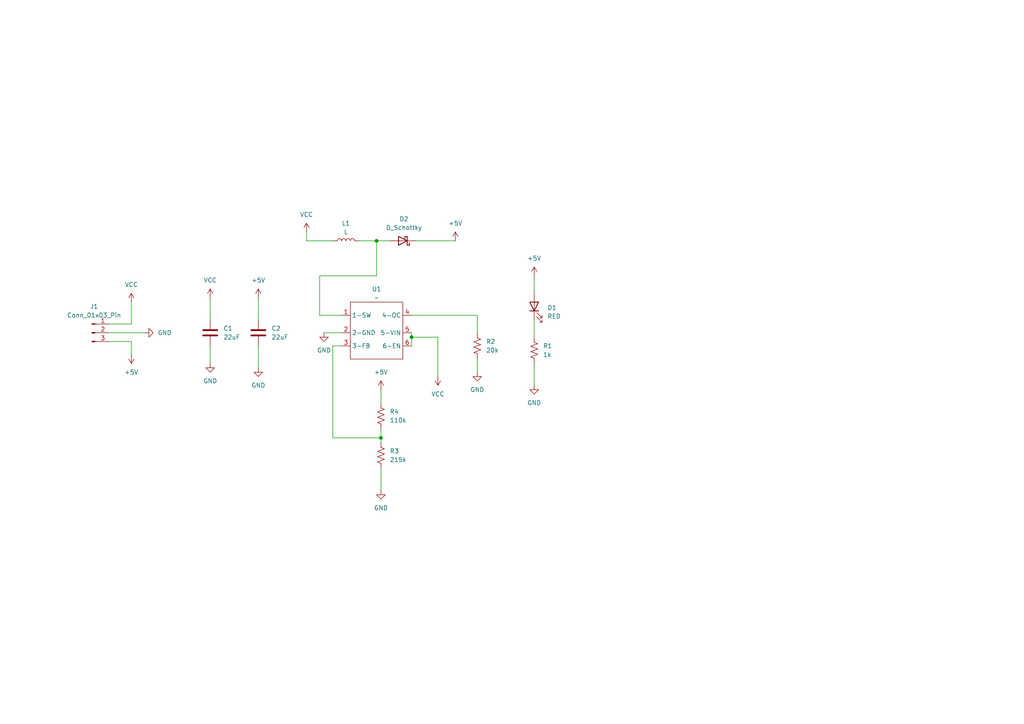
<source format=kicad_sch>
(kicad_sch (version 20250114) (generator "eeschema") (generator_version "9.0")
  (paper "A4")
  (lib_symbols
    (symbol "Connector:Conn_01x03_Pin" (pin_names (offset 1.016) (hide yes))
      (property "Reference" "J" (at 0 5.08 0))
      (property "Value" "Conn_01x03_Pin" (at 0 -5.08 0))
      (symbol "Conn_01x03_Pin_1_1"
        (rectangle (start 0.8636 2.667) (end 0 2.413) (stroke (width 0.1524)) (fill (type outline)))
        (rectangle (start 0.8636 0.127) (end 0 -0.127) (stroke (width 0.1524)) (fill (type outline)))
        (rectangle (start 0.8636 -2.413) (end 0 -2.667) (stroke (width 0.1524)) (fill (type outline)))
        (polyline (pts (xy 1.27 2.54) (xy 0.8636 2.54)) (stroke (width 0.1524)))
        (polyline (pts (xy 1.27 0) (xy 0.8636 0)) (stroke (width 0.1524)))
        (polyline (pts (xy 1.27 -2.54) (xy 0.8636 -2.54)) (stroke (width 0.1524)))
        (pin passive line (at 5.08 2.54 180) (length 3.81) (name "Pin_1") (number "1"))
        (pin passive line (at 5.08 0 180) (length 3.81) (name "Pin_2") (number "2"))
        (pin passive line (at 5.08 -2.54 180) (length 3.81) (name "Pin_3") (number "3"))
      )
    )
    (symbol "Device:C" (pin_numbers (hide yes)) (pin_names (offset 0.254))
      (property "Reference" "C" (at 0.635 2.54 0))
      (property "Value" "C" (at 0.635 -2.54 0))
      (symbol "C_0_1"
        (polyline (pts (xy -2.032 0.762) (xy 2.032 0.762)) (stroke (width 0.508)))
        (polyline (pts (xy -2.032 -0.762) (xy 2.032 -0.762)) (stroke (width 0.508)))
      )
      (symbol "C_1_1"
        (pin passive line (at 0 3.81 270) (length 2.794) (name "~") (number "1"))
        (pin passive line (at 0 -3.81 90) (length 2.794) (name "~") (number "2"))
      )
    )
    (symbol "Device:D_Schottky" (pin_numbers (hide yes)) (pin_names (offset 1.016) (hide yes))
      (property "Reference" "D" (at 0 2.54 0))
      (property "Value" "D_Schottky" (at 0 -2.54 0))
      (symbol "D_Schottky_0_1"
        (polyline (pts (xy -1.905 0.635) (xy -1.905 1.27) (xy -1.27 1.27) (xy -1.27 -1.27) (xy -0.635 -1.27) (xy -0.635 -0.635)) (stroke (width 0.254)))
        (polyline (pts (xy 1.27 1.27) (xy 1.27 -1.27) (xy -1.27 0) (xy 1.27 1.27)) (stroke (width 0.254)))
        (polyline (pts (xy 1.27 0) (xy -1.27 0)))
      )
      (symbol "D_Schottky_1_1"
        (pin passive line (at -3.81 0 0) (length 2.54) (name "K") (number "1"))
        (pin passive line (at 3.81 0 180) (length 2.54) (name "A") (number "2"))
      )
    )
    (symbol "Device:L" (pin_numbers (hide yes)) (pin_names (offset 1.016) (hide yes))
      (property "Reference" "L" (at -1.27 0 90))
      (property "Value" "L" (at 1.905 0 90))
      (symbol "L_0_1"
        (arc (start 0 2.54) (mid 0.6323 1.905) (end 0 1.27))
        (arc (start 0 1.27) (mid 0.6323 0.635) (end 0 0))
        (arc (start 0 0) (mid 0.6323 -0.635) (end 0 -1.27))
        (arc (start 0 -1.27) (mid 0.6323 -1.905) (end 0 -2.54))
      )
      (symbol "L_1_1"
        (pin passive line (at 0 3.81 270) (length 1.27) (name "1") (number "1"))
        (pin passive line (at 0 -3.81 90) (length 1.27) (name "2") (number "2"))
      )
    )
    (symbol "Device:LED" (pin_numbers (hide yes)) (pin_names (offset 1.016) (hide yes))
      (property "Reference" "D" (at 0 2.54 0))
      (property "Value" "LED" (at 0 -2.54 0))
      (symbol "LED_0_1"
        (polyline (pts (xy -3.048 -0.762) (xy -4.572 -2.286) (xy -3.81 -2.286) (xy -4.572 -2.286) (xy -4.572 -1.524)))
        (polyline (pts (xy -1.778 -0.762) (xy -3.302 -2.286) (xy -2.54 -2.286) (xy -3.302 -2.286) (xy -3.302 -1.524)))
        (polyline (pts (xy -1.27 0) (xy 1.27 0)))
        (polyline (pts (xy -1.27 -1.27) (xy -1.27 1.27)) (stroke (width 0.254)))
        (polyline (pts (xy 1.27 -1.27) (xy 1.27 1.27) (xy -1.27 0) (xy 1.27 -1.27)) (stroke (width 0.254)))
      )
      (symbol "LED_1_1"
        (pin passive line (at -3.81 0 0) (length 2.54) (name "K") (number "1"))
        (pin passive line (at 3.81 0 180) (length 2.54) (name "A") (number "2"))
      )
    )
    (symbol "Device:R_US" (pin_numbers (hide yes)) (pin_names (offset 0))
      (property "Reference" "R" (at 2.54 0 90))
      (property "Value" "R_US" (at -2.54 0 90))
      (symbol "R_US_0_1"
        (polyline (pts (xy 0 2.286) (xy 0 2.54)))
        (polyline (pts (xy 0 2.286) (xy 1.016 1.905) (xy 0 1.524) (xy -1.016 1.143) (xy 0 0.762)))
        (polyline (pts (xy 0 0.762) (xy 1.016 0.381) (xy 0 0) (xy -1.016 -0.381) (xy 0 -0.762)))
        (polyline (pts (xy 0 -0.762) (xy 1.016 -1.143) (xy 0 -1.524) (xy -1.016 -1.905) (xy 0 -2.286)))
        (polyline (pts (xy 0 -2.286) (xy 0 -2.54)))
      )
      (symbol "R_US_1_1"
        (pin passive line (at 0 3.81 270) (length 1.27) (name "~") (number "1"))
        (pin passive line (at 0 -3.81 90) (length 1.27) (name "~") (number "2"))
      )
    )
    (symbol "Sensor:MyylesPart"
      (property "Reference" "U" (at 7.874 -0.254 0))
      (symbol "MyylesPart_0_1"
        (polyline (pts (xy 15.24 -10.16) (xy 15.24 6.35) (xy 0 6.35) (xy 0 -10.16) (xy 15.24 -10.16)))
      )
      (symbol "MyylesPart_1_1"
        (pin input line (at -2.54 2.54 0) (length 2.54) (name "1-SW") (number "1"))
        (pin input line (at -2.54 -2.54 0) (length 2.54) (name "2-GND") (number "2"))
        (pin input line (at -2.54 -6.35 0) (length 2.54) (name "3-FB") (number "3"))
        (pin input line (at 17.78 2.54 180) (length 2.54) (name "4-OC") (number "4"))
        (pin input line (at 17.78 -2.54 180) (length 2.54) (name "5-VIN") (number "5"))
        (pin input line (at 17.78 -6.35 180) (length 2.54) (name "6-EN") (number "6"))
      )
    )
    (symbol "power:+5V" (power) (pin_numbers (hide yes)) (pin_names (offset 0) (hide yes))
      (property "Value" "+5V" (at 0 3.556 0))
      (symbol "+5V_0_1"
        (polyline (pts (xy -0.762 1.27) (xy 0 2.54)))
        (polyline (pts (xy 0 2.54) (xy 0.762 1.27)))
        (polyline (pts (xy 0 0) (xy 0 2.54)))
      )
      (symbol "+5V_1_1"
        (pin power_in line (at 0 0 90) (length 0) (name "~") (number "1"))
      )
    )
    (symbol "power:GND" (power) (pin_numbers (hide yes)) (pin_names (offset 0) (hide yes))
      (property "Value" "GND" (at 0 -3.81 0))
      (symbol "GND_0_1"
        (polyline (pts (xy 0 0) (xy 0 -1.27) (xy 1.27 -1.27) (xy 0 -2.54) (xy -1.27 -1.27) (xy 0 -1.27)))
      )
      (symbol "GND_1_1"
        (pin power_in line (at 0 0 270) (length 0) (name "~") (number "1"))
      )
    )
    (symbol "power:VCC" (power) (pin_numbers (hide yes)) (pin_names (offset 0) (hide yes))
      (property "Value" "VCC" (at 0 3.556 0))
      (symbol "VCC_0_1"
        (polyline (pts (xy -0.762 1.27) (xy 0 2.54)))
        (polyline (pts (xy 0 2.54) (xy 0.762 1.27)))
        (polyline (pts (xy 0 0) (xy 0 2.54)))
      )
      (symbol "VCC_1_1"
        (pin power_in line (at 0 0 90) (length 0) (name "~") (number "1"))
      )
    )
  )
  (junction (at 109.22 69.85))
  (junction (at 119.38 97.79))
  (junction (at 110.49 127))
  (wire (pts (xy 92.71 80.01) (xy 109.22 80.01)))
  (wire (pts (xy 38.1 93.98) (xy 38.1 87.63)))
  (wire (pts (xy 88.9 69.85) (xy 96.52 69.85)))
  (wire (pts (xy 110.49 135.89) (xy 110.49 142.24)))
  (wire (pts (xy 99.06 91.44) (xy 92.71 91.44)))
  (wire (pts (xy 31.75 99.06) (xy 38.1 99.06)))
  (wire (pts (xy 96.52 127) (xy 110.49 127)))
  (wire (pts (xy 127 109.22) (xy 127 97.79)))
  (wire (pts (xy 92.71 91.44) (xy 92.71 80.01)))
  (wire (pts (xy 119.38 96.52) (xy 119.38 97.79)))
  (wire (pts (xy 154.94 92.71) (xy 154.94 97.79)))
  (wire (pts (xy 31.75 93.98) (xy 38.1 93.98)))
  (wire (pts (xy 109.22 69.85) (xy 109.22 80.01)))
  (wire (pts (xy 88.9 67.31) (xy 88.9 69.85)))
  (wire (pts (xy 60.96 86.36) (xy 60.96 92.71)))
  (wire (pts (xy 31.75 96.52) (xy 41.91 96.52)))
  (wire (pts (xy 119.38 97.79) (xy 119.38 100.33)))
  (wire (pts (xy 119.38 97.79) (xy 127 97.79)))
  (wire (pts (xy 93.98 96.52) (xy 99.06 96.52)))
  (wire (pts (xy 104.14 69.85) (xy 109.22 69.85)))
  (wire (pts (xy 110.49 113.03) (xy 110.49 116.84)))
  (wire (pts (xy 154.94 105.41) (xy 154.94 111.76)))
  (wire (pts (xy 96.52 100.33) (xy 96.52 127)))
  (wire (pts (xy 154.94 80.01) (xy 154.94 85.09)))
  (wire (pts (xy 74.93 86.36) (xy 74.93 92.71)))
  (wire (pts (xy 138.43 91.44) (xy 138.43 96.52)))
  (wire (pts (xy 99.06 100.33) (xy 96.52 100.33)))
  (wire (pts (xy 38.1 99.06) (xy 38.1 102.87)))
  (wire (pts (xy 120.65 69.85) (xy 132.08 69.85)))
  (wire (pts (xy 109.22 69.85) (xy 113.03 69.85)))
  (wire (pts (xy 110.49 124.46) (xy 110.49 127)))
  (wire (pts (xy 138.43 104.14) (xy 138.43 107.95)))
  (wire (pts (xy 60.96 100.33) (xy 60.96 105.41)))
  (wire (pts (xy 74.93 100.33) (xy 74.93 106.68)))
  (wire (pts (xy 119.38 91.44) (xy 138.43 91.44)))
  (wire (pts (xy 110.49 127) (xy 110.49 128.27)))
  (symbol (lib_id "Device:L") (at 100.33 69.85 90) (unit 1)
    (property "Reference" "L1" (at 100.33 64.77 90))
    (property "Value" "L" (at 100.33 67.31 90))
    (property "Footprint" "Inductor_SMD:L_6.3x6.3_H3" (effects (hide yes)))
    (property "Description" "Inductor" (effects (hide yes)))
  )
  (symbol (lib_id "power:GND") (at 154.94 111.76 0) (unit 1)
    (property "Reference" "#PWR09" (effects (hide yes)))
    (property "Value" "GND" (at 154.94 116.84 0))
    (property "Description" "Power symbol creates a global label with name \"GND\" , ground" (effects (hide yes)))
  )
  (symbol (lib_id "Device:R_US") (at 110.49 120.65 0) (unit 1)
    (property "Reference" "R4" (at 113.03 119.3799 0) (effects (justify left)))
    (property "Value" "110k" (at 113.03 121.9199 0) (effects (justify left)))
    (property "Footprint" "Resistor_SMD:R_0201_0603Metric_Pad0.64x0.40mm_HandSolder" (effects (hide yes)))
    (property "Description" "Resistor, US symbol" (effects (hide yes)))
  )
  (symbol (lib_id "power:VCC") (at 38.1 87.63 0) (unit 1)
    (property "Reference" "#PWR03" (effects (hide yes)))
    (property "Value" "VCC" (at 38.1 82.55 0))
    (property "Description" "Power symbol creates a global label with name \"VCC\"" (effects (hide yes)))
  )
  (symbol (lib_id "power:GND") (at 41.91 96.52 90) (unit 1)
    (property "Reference" "#PWR02" (effects (hide yes)))
    (property "Value" "GND" (at 45.72 96.5199 90) (effects (justify right)))
    (property "Description" "Power symbol creates a global label with name \"GND\" , ground" (effects (hide yes)))
  )
  (symbol (lib_id "Device:D_Schottky") (at 116.84 69.85 180) (unit 1)
    (property "Reference" "D2" (at 117.1575 63.5 0))
    (property "Value" "D_Schottky" (at 117.1575 66.04 0))
    (property "Footprint" "Diode_SMD:D_0201_0603Metric_Pad0.64x0.40mm_HandSolder" (effects (hide yes)))
    (property "Description" "Schottky diode" (effects (hide yes)))
  )
  (symbol (lib_id "power:GND") (at 110.49 142.24 0) (unit 1)
    (property "Reference" "#PWR014" (effects (hide yes)))
    (property "Value" "GND" (at 110.49 147.32 0))
    (property "Description" "Power symbol creates a global label with name \"GND\" , ground" (effects (hide yes)))
  )
  (symbol (lib_id "Device:LED") (at 154.94 88.9 90) (unit 1)
    (property "Reference" "D1" (at 158.75 89.2174 90) (effects (justify right)))
    (property "Value" "RED" (at 158.75 91.7574 90) (effects (justify right)))
    (property "Footprint" "Diode_SMD:D_0201_0603Metric" (effects (hide yes)))
    (property "Description" "Light emitting diode" (effects (hide yes)))
    (property "Sim.Pins" "1=K 2=A" (effects (hide yes)))
  )
  (symbol (lib_id "Device:R_US") (at 154.94 101.6 0) (unit 1)
    (property "Reference" "R1" (at 157.48 100.3299 0) (effects (justify left)))
    (property "Value" "1k" (at 157.48 102.8699 0) (effects (justify left)))
    (property "Footprint" "Resistor_SMD:R_0201_0603Metric_Pad0.64x0.40mm_HandSolder" (effects (hide yes)))
    (property "Description" "Resistor, US symbol" (effects (hide yes)))
  )
  (symbol (lib_id "Device:C") (at 74.93 96.52 180) (unit 1)
    (property "Reference" "C2" (at 78.74 95.2499 0) (effects (justify right)))
    (property "Value" "22uF" (at 78.74 97.7899 0) (effects (justify right)))
    (property "Footprint" "Capacitor_SMD:CP_Elec_3x5.3" (effects (hide yes)))
    (property "Description" "Unpolarized capacitor" (effects (hide yes)))
  )
  (symbol (lib_id "power:VCC") (at 60.96 86.36 0) (unit 1)
    (property "Reference" "#PWR07" (effects (hide yes)))
    (property "Value" "VCC" (at 60.96 81.28 0))
    (property "Description" "Power symbol creates a global label with name \"VCC\"" (effects (hide yes)))
  )
  (symbol (lib_id "power:+5V") (at 132.08 69.85 0) (unit 1)
    (property "Reference" "#PWR01" (effects (hide yes)))
    (property "Value" "+5V" (at 132.08 64.77 0))
    (property "Description" "Power symbol creates a global label with name \"+5V\"" (effects (hide yes)))
  )
  (symbol (lib_id "power:GND") (at 74.93 106.68 0) (unit 1)
    (property "Reference" "#PWR06" (effects (hide yes)))
    (property "Value" "GND" (at 74.93 111.76 0))
    (property "Description" "Power symbol creates a global label with name \"GND\" , ground" (effects (hide yes)))
  )
  (symbol (lib_id "power:GND") (at 138.43 107.95 0) (unit 1)
    (property "Reference" "#PWR013" (effects (hide yes)))
    (property "Value" "GND" (at 138.43 113.03 0))
    (property "Description" "Power symbol creates a global label with name \"GND\" , ground" (effects (hide yes)))
  )
  (symbol (lib_id "power:VCC") (at 127 109.22 180) (unit 1)
    (property "Reference" "#PWR012" (effects (hide yes)))
    (property "Value" "VCC" (at 127 114.3 0))
    (property "Description" "Power symbol creates a global label with name \"VCC\"" (effects (hide yes)))
  )
  (symbol (lib_id "power:+5V") (at 74.93 86.36 0) (unit 1)
    (property "Reference" "#PWR08" (effects (hide yes)))
    (property "Value" "+5V" (at 74.93 81.28 0))
    (property "Description" "Power symbol creates a global label with name \"+5V\"" (effects (hide yes)))
  )
  (symbol (lib_id "Device:R_US") (at 110.49 132.08 0) (unit 1)
    (property "Reference" "R3" (at 113.03 130.8099 0) (effects (justify left)))
    (property "Value" "215k" (at 113.03 133.3499 0) (effects (justify left)))
    (property "Footprint" "Resistor_SMD:R_0201_0603Metric_Pad0.64x0.40mm_HandSolder" (effects (hide yes)))
    (property "Description" "Resistor, US symbol" (effects (hide yes)))
  )
  (symbol (lib_id "Device:R_US") (at 138.43 100.33 0) (unit 1)
    (property "Reference" "R2" (at 140.97 99.0599 0) (effects (justify left)))
    (property "Value" "20k" (at 140.97 101.5999 0) (effects (justify left)))
    (property "Footprint" "Resistor_SMD:R_0201_0603Metric_Pad0.64x0.40mm_HandSolder" (effects (hide yes)))
    (property "Description" "Resistor, US symbol" (effects (hide yes)))
  )
  (symbol (lib_id "Device:C") (at 60.96 96.52 180) (unit 1)
    (property "Reference" "C1" (at 64.77 95.2499 0) (effects (justify right)))
    (property "Value" "22uF" (at 64.77 97.7899 0) (effects (justify right)))
    (property "Footprint" "Capacitor_SMD:CP_Elec_3x5.3" (effects (hide yes)))
    (property "Description" "Unpolarized capacitor" (effects (hide yes)))
  )
  (symbol (lib_id "power:+5V") (at 38.1 102.87 180) (unit 1)
    (property "Reference" "#PWR04" (effects (hide yes)))
    (property "Value" "+5V" (at 38.1 107.95 0))
    (property "Description" "Power symbol creates a global label with name \"+5V\"" (effects (hide yes)))
  )
  (symbol (lib_id "Connector:Conn_01x03_Pin") (at 26.67 96.52 0) (unit 1)
    (property "Reference" "J1" (at 27.305 88.9 0))
    (property "Value" "Conn_01x03_Pin" (at 27.305 91.44 0))
    (property "Footprint" "Connector_Samtec:Samtec_FMC_ASP-134486-01_10x40_P1.27mm_Vertical" (effects (hide yes)))
    (property "Description" "Generic connector, single row, 01x03, script generated" (effects (hide yes)))
  )
  (symbol (lib_id "power:GND") (at 60.96 105.41 0) (unit 1)
    (property "Reference" "#PWR05" (effects (hide yes)))
    (property "Value" "GND" (at 60.96 110.49 0))
    (property "Description" "Power symbol creates a global label with name \"GND\" , ground" (effects (hide yes)))
  )
  (symbol (lib_id "power:+5V") (at 154.94 80.01 0) (unit 1)
    (property "Reference" "#PWR010" (effects (hide yes)))
    (property "Value" "+5V" (at 154.94 74.93 0))
    (property "Description" "Power symbol creates a global label with name \"+5V\"" (effects (hide yes)))
  )
  (symbol (lib_id "power:+5V") (at 110.49 113.03 0) (unit 1)
    (property "Reference" "#PWR015" (effects (hide yes)))
    (property "Value" "+5V" (at 110.49 107.95 0))
    (property "Description" "Power symbol creates a global label with name \"+5V\"" (effects (hide yes)))
  )
  (symbol (lib_id "Sensor:MyylesPart") (at 101.6 93.98 0) (unit 1)
    (property "Reference" "U1" (at 109.22 83.82 0))
    (property "Value" "~" (at 109.22 86.36 0))
    (property "Footprint" "Connector_Samtec_HLE_SMD:Samtec_HLE-103-02-xxx-DV-BE-LC_2x03_P2.54mm_Horizontal" (effects (hide yes)))
  )
  (symbol (lib_id "power:VCC") (at 88.9 67.31 0) (unit 1)
    (property "Reference" "#PWR016" (effects (hide yes)))
    (property "Value" "VCC" (at 88.9 62.23 0))
    (property "Description" "Power symbol creates a global label with name \"VCC\"" (effects (hide yes)))
  )
  (symbol (lib_id "power:GND") (at 93.98 96.52 0) (unit 1)
    (property "Reference" "#PWR011" (effects (hide yes)))
    (property "Value" "GND" (at 93.98 101.6 0))
    (property "Description" "Power symbol creates a global label with name \"GND\" , ground" (effects (hide yes)))
  )
)
</source>
